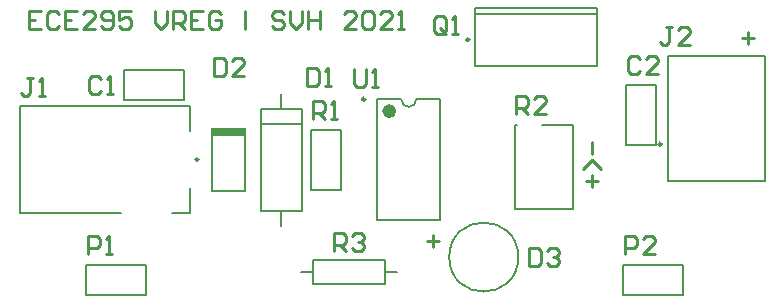
<source format=gto>
G04*
G04 #@! TF.GenerationSoftware,Altium Limited,Altium Designer,21.7.2 (23)*
G04*
G04 Layer_Color=65535*
%FSLAX25Y25*%
%MOIN*%
G70*
G04*
G04 #@! TF.SameCoordinates,180E5C44-9E76-4653-9B57-8D6C411527BD*
G04*
G04*
G04 #@! TF.FilePolarity,Positive*
G04*
G01*
G75*
%ADD10C,0.00984*%
%ADD11C,0.00787*%
%ADD12C,0.02362*%
%ADD13C,0.01000*%
%ADD14R,0.11024X0.03150*%
D10*
X150157Y87500D02*
G03*
X150157Y87500I-492J0D01*
G01*
X214291Y52658D02*
G03*
X214291Y52658I-492J0D01*
G01*
X59921Y47500D02*
G03*
X59921Y47500I-492J0D01*
G01*
X115492Y67618D02*
G03*
X115492Y67618I-492J0D01*
G01*
D11*
X166506Y15000D02*
G03*
X166506Y15000I-11506J0D01*
G01*
X127500Y67579D02*
G03*
X132500Y67579I2500J0D01*
G01*
X35000Y67500D02*
Y77500D01*
X55000D01*
Y67500D02*
Y77500D01*
X35000Y67500D02*
X55000D01*
X64488Y37067D02*
X75512D01*
X64488D02*
Y57933D01*
X75512Y37067D02*
Y57933D01*
X42500Y2500D02*
Y12500D01*
X22500Y2500D02*
X42500D01*
X22500D02*
Y12500D01*
X42500D01*
X122000Y6000D02*
Y14000D01*
X98000Y6000D02*
X122000D01*
X98000D02*
Y14000D01*
X122000D01*
Y10000D02*
X126000D01*
X94000D02*
X98000D01*
X87500Y64498D02*
Y69498D01*
Y25502D02*
Y30502D01*
X94370D02*
Y64498D01*
X80630D02*
X94370D01*
X80630Y30502D02*
Y64498D01*
Y30502D02*
X94370D01*
X80630Y59496D02*
X94370D01*
X107500Y37500D02*
Y57500D01*
X97500D02*
X107500D01*
X97500Y37500D02*
Y57500D01*
Y37500D02*
X107500D01*
X221500Y2500D02*
Y12500D01*
X201500Y2500D02*
X221500D01*
X201500D02*
Y12500D01*
X221500D01*
X152224Y96142D02*
X192776D01*
X152224Y98110D02*
X192776D01*
X152224Y78819D02*
X192776D01*
Y98110D01*
X152224Y78819D02*
Y98110D01*
X216358Y40453D02*
X248642D01*
X216358D02*
Y82185D01*
X248642D01*
Y40453D02*
Y82185D01*
X374Y65216D02*
X57067D01*
X374Y29783D02*
Y65216D01*
X57067Y56949D02*
Y65216D01*
X374Y29783D02*
X34035D01*
X50965D02*
X57067D01*
Y38051D01*
X212500Y52500D02*
Y72500D01*
X202500D02*
X212500D01*
X202500Y52500D02*
Y72500D01*
Y52500D02*
X212500D01*
X119567Y27421D02*
Y67579D01*
X140433Y27421D02*
Y67579D01*
X119567D02*
X127500D01*
X132500D02*
X140433D01*
X119567Y27421D02*
X140433D01*
X174390Y58957D02*
X184606D01*
X165394D02*
X165925D01*
X165394Y31043D02*
Y58957D01*
Y31043D02*
X184606D01*
Y58957D01*
D12*
X124685Y63642D02*
G03*
X124685Y63642I-1181J0D01*
G01*
D13*
X136000Y20499D02*
X139999D01*
X137999Y22499D02*
Y18500D01*
X241000Y87999D02*
X244999D01*
X242999Y89999D02*
Y86000D01*
X191001Y38500D02*
Y42499D01*
X189002Y40499D02*
X193000D01*
X194000Y44498D02*
X191001Y47497D01*
X188002Y44498D01*
X191001Y49496D02*
Y53495D01*
X7499Y96998D02*
X3500D01*
Y91000D01*
X7499D01*
X3500Y93999D02*
X5499D01*
X13497Y95998D02*
X12497Y96998D01*
X10498D01*
X9498Y95998D01*
Y92000D01*
X10498Y91000D01*
X12497D01*
X13497Y92000D01*
X19495Y96998D02*
X15496D01*
Y91000D01*
X19495D01*
X15496Y93999D02*
X17495D01*
X25493Y91000D02*
X21494D01*
X25493Y94999D01*
Y95998D01*
X24493Y96998D01*
X22494D01*
X21494Y95998D01*
X27492Y92000D02*
X28492Y91000D01*
X30491D01*
X31491Y92000D01*
Y95998D01*
X30491Y96998D01*
X28492D01*
X27492Y95998D01*
Y94999D01*
X28492Y93999D01*
X31491D01*
X37489Y96998D02*
X33490D01*
Y93999D01*
X35490Y94999D01*
X36489D01*
X37489Y93999D01*
Y92000D01*
X36489Y91000D01*
X34490D01*
X33490Y92000D01*
X45486Y96998D02*
Y92999D01*
X47486Y91000D01*
X49485Y92999D01*
Y96998D01*
X51485Y91000D02*
Y96998D01*
X54483D01*
X55483Y95998D01*
Y93999D01*
X54483Y92999D01*
X51485D01*
X53484D02*
X55483Y91000D01*
X61481Y96998D02*
X57482D01*
Y91000D01*
X61481D01*
X57482Y93999D02*
X59482D01*
X67479Y95998D02*
X66480Y96998D01*
X64480D01*
X63481Y95998D01*
Y92000D01*
X64480Y91000D01*
X66480D01*
X67479Y92000D01*
Y93999D01*
X65480D01*
X75477Y96998D02*
Y91000D01*
X88472Y95998D02*
X87473Y96998D01*
X85474D01*
X84474Y95998D01*
Y94999D01*
X85474Y93999D01*
X87473D01*
X88472Y92999D01*
Y92000D01*
X87473Y91000D01*
X85474D01*
X84474Y92000D01*
X90472Y96998D02*
Y92999D01*
X92471Y91000D01*
X94471Y92999D01*
Y96998D01*
X96470D02*
Y91000D01*
Y93999D01*
X100469D01*
Y96998D01*
Y91000D01*
X112465D02*
X108466D01*
X112465Y94999D01*
Y95998D01*
X111465Y96998D01*
X109466D01*
X108466Y95998D01*
X114464D02*
X115464Y96998D01*
X117463D01*
X118463Y95998D01*
Y92000D01*
X117463Y91000D01*
X115464D01*
X114464Y92000D01*
Y95998D01*
X124461Y91000D02*
X120462D01*
X124461Y94999D01*
Y95998D01*
X123461Y96998D01*
X121462D01*
X120462Y95998D01*
X126460Y91000D02*
X128460D01*
X127460D01*
Y96998D01*
X126460Y95998D01*
X65100Y81398D02*
Y75400D01*
X68099D01*
X69099Y76400D01*
Y80398D01*
X68099Y81398D01*
X65100D01*
X75097Y75400D02*
X71098D01*
X75097Y79399D01*
Y80398D01*
X74097Y81398D01*
X72098D01*
X71098Y80398D01*
X202100Y15900D02*
Y21898D01*
X205099D01*
X206099Y20898D01*
Y18899D01*
X205099Y17899D01*
X202100D01*
X212097Y15900D02*
X208098D01*
X212097Y19899D01*
Y20898D01*
X211097Y21898D01*
X209098D01*
X208098Y20898D01*
X23100Y15900D02*
Y21898D01*
X26099D01*
X27099Y20898D01*
Y18899D01*
X26099Y17899D01*
X23100D01*
X29098Y15900D02*
X31097D01*
X30098D01*
Y21898D01*
X29098Y20898D01*
X105002Y17001D02*
Y22999D01*
X108001D01*
X109000Y21999D01*
Y20000D01*
X108001Y19000D01*
X105002D01*
X107001D02*
X109000Y17001D01*
X111000Y21999D02*
X111999Y22999D01*
X113999D01*
X114998Y21999D01*
Y21000D01*
X113999Y20000D01*
X112999D01*
X113999D01*
X114998Y19000D01*
Y18001D01*
X113999Y17001D01*
X111999D01*
X111000Y18001D01*
X170002Y17999D02*
Y12001D01*
X173001D01*
X174000Y13001D01*
Y16999D01*
X173001Y17999D01*
X170002D01*
X176000Y16999D02*
X176999Y17999D01*
X178999D01*
X179998Y16999D01*
Y16000D01*
X178999Y15000D01*
X177999D01*
X178999D01*
X179998Y14000D01*
Y13001D01*
X178999Y12001D01*
X176999D01*
X176000Y13001D01*
X111800Y77698D02*
Y72700D01*
X112800Y71700D01*
X114799D01*
X115799Y72700D01*
Y77698D01*
X117798Y71700D02*
X119797D01*
X118798D01*
Y77698D01*
X117798Y76698D01*
X165600Y62700D02*
Y68698D01*
X168599D01*
X169599Y67698D01*
Y65699D01*
X168599Y64699D01*
X165600D01*
X167599D02*
X169599Y62700D01*
X175597D02*
X171598D01*
X175597Y66699D01*
Y67698D01*
X174597Y68698D01*
X172598D01*
X171598Y67698D01*
X98100Y60900D02*
Y66898D01*
X101099D01*
X102099Y65898D01*
Y63899D01*
X101099Y62899D01*
X98100D01*
X100099D02*
X102099Y60900D01*
X104098D02*
X106097D01*
X105098D01*
Y66898D01*
X104098Y65898D01*
X142500Y90501D02*
Y94499D01*
X141500Y95499D01*
X139501D01*
X138501Y94499D01*
Y90501D01*
X139501Y89501D01*
X141500D01*
X140501Y91500D02*
X142500Y89501D01*
X141500D02*
X142500Y90501D01*
X144499Y89501D02*
X146499D01*
X145499D01*
Y95499D01*
X144499Y94499D01*
X217799Y91698D02*
X215799D01*
X216799D01*
Y86700D01*
X215799Y85700D01*
X214800D01*
X213800Y86700D01*
X223797Y85700D02*
X219798D01*
X223797Y89699D01*
Y90698D01*
X222797Y91698D01*
X220798D01*
X219798Y90698D01*
X4899Y74698D02*
X2899D01*
X3899D01*
Y69700D01*
X2899Y68700D01*
X1900D01*
X900Y69700D01*
X6898Y68700D02*
X8897D01*
X7898D01*
Y74698D01*
X6898Y73698D01*
X96001Y77999D02*
Y72001D01*
X99000D01*
X100000Y73001D01*
Y76999D01*
X99000Y77999D01*
X96001D01*
X101999Y72001D02*
X103999D01*
X102999D01*
Y77999D01*
X101999Y76999D01*
X207099Y80898D02*
X206099Y81898D01*
X204100D01*
X203100Y80898D01*
Y76900D01*
X204100Y75900D01*
X206099D01*
X207099Y76900D01*
X213097Y75900D02*
X209098D01*
X213097Y79899D01*
Y80898D01*
X212097Y81898D01*
X210098D01*
X209098Y80898D01*
X27500Y74499D02*
X26500Y75499D01*
X24501D01*
X23501Y74499D01*
Y70501D01*
X24501Y69501D01*
X26500D01*
X27500Y70501D01*
X29499Y69501D02*
X31499D01*
X30499D01*
Y75499D01*
X29499Y74499D01*
D14*
X70002Y56752D02*
D03*
M02*

</source>
